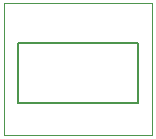
<source format=gbr>
G04 #@! TF.GenerationSoftware,KiCad,Pcbnew,(6.0.1)*
G04 #@! TF.CreationDate,2022-01-18T01:04:24-05:00*
G04 #@! TF.ProjectId,SensorStick-TSL2572,53656e73-6f72-4537-9469-636b2d54534c,rev?*
G04 #@! TF.SameCoordinates,Original*
G04 #@! TF.FileFunction,OtherDrawing,Comment*
%FSLAX46Y46*%
G04 Gerber Fmt 4.6, Leading zero omitted, Abs format (unit mm)*
G04 Created by KiCad (PCBNEW (6.0.1)) date 2022-01-18 01:04:24*
%MOMM*%
%LPD*%
G01*
G04 APERTURE LIST*
%ADD10C,0.050000*%
%ADD11C,0.200000*%
G04 APERTURE END LIST*
D10*
X144090000Y-68600000D02*
X144090000Y-79790000D01*
X131530000Y-79790000D02*
X131530000Y-68600000D01*
D11*
X132730000Y-71935000D02*
X142890000Y-71935000D01*
D10*
X144090000Y-79790000D02*
X131530000Y-79790000D01*
D11*
X142890000Y-77015000D02*
X132730000Y-77015000D01*
X142890000Y-71935000D02*
X142890000Y-77015000D01*
X132730000Y-77015000D02*
X132730000Y-71935000D01*
D10*
X131530000Y-68600000D02*
X144090000Y-68600000D01*
M02*

</source>
